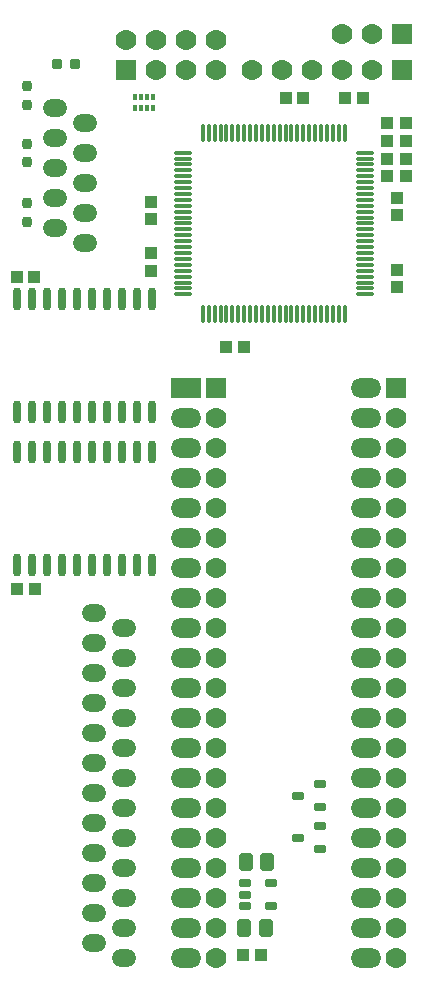
<source format=gts>
G04*
G04 #@! TF.GenerationSoftware,Altium Limited,Altium Designer,21.0.9 (235)*
G04*
G04 Layer_Color=8388736*
%FSLAX25Y25*%
%MOIN*%
G70*
G04*
G04 #@! TF.SameCoordinates,ED66E9C7-4F28-4913-B563-96F2E2C7BF46*
G04*
G04*
G04 #@! TF.FilePolarity,Negative*
G04*
G01*
G75*
G04:AMPARAMS|DCode=27|XSize=34.49mil|YSize=32.52mil|CornerRadius=8.88mil|HoleSize=0mil|Usage=FLASHONLY|Rotation=270.000|XOffset=0mil|YOffset=0mil|HoleType=Round|Shape=RoundedRectangle|*
%AMROUNDEDRECTD27*
21,1,0.03449,0.01476,0,0,270.0*
21,1,0.01673,0.03252,0,0,270.0*
1,1,0.01776,-0.00738,-0.00837*
1,1,0.01776,-0.00738,0.00837*
1,1,0.01776,0.00738,0.00837*
1,1,0.01776,0.00738,-0.00837*
%
%ADD27ROUNDEDRECTD27*%
%ADD28R,0.03842X0.04039*%
G04:AMPARAMS|DCode=29|XSize=26.61mil|YSize=42.36mil|CornerRadius=7.4mil|HoleSize=0mil|Usage=FLASHONLY|Rotation=90.000|XOffset=0mil|YOffset=0mil|HoleType=Round|Shape=RoundedRectangle|*
%AMROUNDEDRECTD29*
21,1,0.02661,0.02756,0,0,90.0*
21,1,0.01181,0.04236,0,0,90.0*
1,1,0.01480,0.01378,0.00591*
1,1,0.01480,0.01378,-0.00591*
1,1,0.01480,-0.01378,-0.00591*
1,1,0.01480,-0.01378,0.00591*
%
%ADD29ROUNDEDRECTD29*%
%ADD30R,0.04236X0.04433*%
%ADD31O,0.05811X0.01480*%
%ADD32O,0.01480X0.05811*%
G04:AMPARAMS|DCode=33|XSize=34.49mil|YSize=32.52mil|CornerRadius=8.88mil|HoleSize=0mil|Usage=FLASHONLY|Rotation=0.000|XOffset=0mil|YOffset=0mil|HoleType=Round|Shape=RoundedRectangle|*
%AMROUNDEDRECTD33*
21,1,0.03449,0.01476,0,0,0.0*
21,1,0.01673,0.03252,0,0,0.0*
1,1,0.01776,0.00837,-0.00738*
1,1,0.01776,-0.00837,-0.00738*
1,1,0.01776,-0.00837,0.00738*
1,1,0.01776,0.00837,0.00738*
%
%ADD33ROUNDEDRECTD33*%
%ADD34R,0.04433X0.04236*%
G04:AMPARAMS|DCode=35|XSize=48.27mil|YSize=60.08mil|CornerRadius=12.82mil|HoleSize=0mil|Usage=FLASHONLY|Rotation=0.000|XOffset=0mil|YOffset=0mil|HoleType=Round|Shape=RoundedRectangle|*
%AMROUNDEDRECTD35*
21,1,0.04827,0.03445,0,0,0.0*
21,1,0.02264,0.06008,0,0,0.0*
1,1,0.02563,0.01132,-0.01722*
1,1,0.02563,-0.01132,-0.01722*
1,1,0.02563,-0.01132,0.01722*
1,1,0.02563,0.01132,0.01722*
%
%ADD35ROUNDEDRECTD35*%
%ADD36O,0.02661X0.07780*%
%ADD37R,0.01559X0.02268*%
%ADD38C,0.06992*%
%ADD39R,0.06992X0.06992*%
%ADD40O,0.08173X0.05811*%
%ADD41O,0.10142X0.06598*%
%ADD42R,0.10142X0.06598*%
%ADD43R,0.06992X0.06992*%
D27*
X10000Y262447D02*
D03*
Y256147D02*
D03*
Y276047D02*
D03*
Y282347D02*
D03*
Y295307D02*
D03*
Y301606D02*
D03*
D28*
X136386Y283268D02*
D03*
X130087D02*
D03*
Y289173D02*
D03*
X136386D02*
D03*
X130087Y277362D02*
D03*
X136386D02*
D03*
X130087Y271457D02*
D03*
X136386D02*
D03*
D29*
X107740Y47362D02*
D03*
Y54842D02*
D03*
X100260Y51000D02*
D03*
X82827Y35740D02*
D03*
Y32000D02*
D03*
Y28260D02*
D03*
X91173Y35740D02*
D03*
Y28260D02*
D03*
X100260Y65000D02*
D03*
X107740Y68842D02*
D03*
Y61362D02*
D03*
D30*
X51236Y245866D02*
D03*
Y239961D02*
D03*
X133236Y258441D02*
D03*
Y264347D02*
D03*
Y234441D02*
D03*
Y240347D02*
D03*
X51236Y257047D02*
D03*
Y262953D02*
D03*
D31*
X122551Y265551D02*
D03*
Y232087D02*
D03*
Y234055D02*
D03*
Y236024D02*
D03*
Y237992D02*
D03*
Y239961D02*
D03*
Y241929D02*
D03*
Y243898D02*
D03*
Y245866D02*
D03*
Y247835D02*
D03*
Y249803D02*
D03*
Y251772D02*
D03*
Y253740D02*
D03*
Y255709D02*
D03*
Y257677D02*
D03*
Y259646D02*
D03*
Y261614D02*
D03*
Y263583D02*
D03*
Y267520D02*
D03*
Y269488D02*
D03*
Y271457D02*
D03*
Y273425D02*
D03*
Y275394D02*
D03*
Y277362D02*
D03*
Y279331D02*
D03*
X61921D02*
D03*
Y277362D02*
D03*
Y275394D02*
D03*
Y273425D02*
D03*
Y271457D02*
D03*
Y269488D02*
D03*
Y267520D02*
D03*
Y265551D02*
D03*
Y263583D02*
D03*
Y261614D02*
D03*
Y259646D02*
D03*
Y257677D02*
D03*
Y255709D02*
D03*
Y253740D02*
D03*
Y251772D02*
D03*
Y249803D02*
D03*
Y247835D02*
D03*
Y245866D02*
D03*
Y243898D02*
D03*
Y241929D02*
D03*
Y239961D02*
D03*
Y237992D02*
D03*
Y236024D02*
D03*
Y234055D02*
D03*
Y232087D02*
D03*
D32*
X68614Y225394D02*
D03*
X70583D02*
D03*
X72551D02*
D03*
X74520D02*
D03*
X76488D02*
D03*
X78457D02*
D03*
X80425D02*
D03*
X82394D02*
D03*
X84362D02*
D03*
X86331D02*
D03*
X88299D02*
D03*
X90268D02*
D03*
X92236D02*
D03*
X94205D02*
D03*
X96173D02*
D03*
X98142D02*
D03*
X100110D02*
D03*
X102079D02*
D03*
X104047D02*
D03*
X106016D02*
D03*
X107984D02*
D03*
X109953D02*
D03*
X111921D02*
D03*
X113890D02*
D03*
X115858D02*
D03*
Y286024D02*
D03*
X113890D02*
D03*
X111921D02*
D03*
X109953D02*
D03*
X107984D02*
D03*
X106016D02*
D03*
X104047D02*
D03*
X102079D02*
D03*
X100110D02*
D03*
X98142D02*
D03*
X96173D02*
D03*
X94205D02*
D03*
X92236D02*
D03*
X90268D02*
D03*
X88299D02*
D03*
X86331D02*
D03*
X84362D02*
D03*
X82394D02*
D03*
X80425D02*
D03*
X78457D02*
D03*
X76488D02*
D03*
X74520D02*
D03*
X72551D02*
D03*
X70583D02*
D03*
X68614D02*
D03*
D33*
X26150Y309000D02*
D03*
X19850D02*
D03*
D34*
X6760Y134000D02*
D03*
X12665D02*
D03*
X6578Y238000D02*
D03*
X12483D02*
D03*
X102079Y297394D02*
D03*
X96173D02*
D03*
X115947Y297400D02*
D03*
X121853D02*
D03*
X76488Y214394D02*
D03*
X82394D02*
D03*
X82047Y12000D02*
D03*
X87953D02*
D03*
D35*
X90000Y43000D02*
D03*
X82913D02*
D03*
X82457Y20906D02*
D03*
X89543D02*
D03*
D36*
X6760Y193000D02*
D03*
X11760D02*
D03*
X16760D02*
D03*
X21760D02*
D03*
X26760D02*
D03*
X31760D02*
D03*
X36760D02*
D03*
X41760D02*
D03*
X46760D02*
D03*
X51760D02*
D03*
X6760Y230402D02*
D03*
X11760D02*
D03*
X16760D02*
D03*
X21760D02*
D03*
X26760D02*
D03*
X31760D02*
D03*
X36760D02*
D03*
X41760D02*
D03*
X46760D02*
D03*
X51760D02*
D03*
Y179402D02*
D03*
X46760D02*
D03*
X41760D02*
D03*
X36760D02*
D03*
X31760D02*
D03*
X26760D02*
D03*
X21760D02*
D03*
X16760D02*
D03*
X11760D02*
D03*
X6760D02*
D03*
X51760Y142000D02*
D03*
X46760D02*
D03*
X41760D02*
D03*
X36760D02*
D03*
X31760D02*
D03*
X26760D02*
D03*
X21760D02*
D03*
X16760D02*
D03*
X11760D02*
D03*
X6760D02*
D03*
D37*
X46047Y294032D02*
D03*
X48016D02*
D03*
X49984D02*
D03*
X51953D02*
D03*
X46047Y297969D02*
D03*
X48016D02*
D03*
X49984D02*
D03*
X51953D02*
D03*
D38*
X73000Y317000D02*
D03*
Y307000D02*
D03*
X63000Y317000D02*
D03*
Y307000D02*
D03*
X53000Y317000D02*
D03*
Y307000D02*
D03*
X43000Y317000D02*
D03*
X125000Y319000D02*
D03*
X115000D02*
D03*
X85000Y307000D02*
D03*
X95000D02*
D03*
X105000D02*
D03*
X115000D02*
D03*
X125000D02*
D03*
X73000Y10905D02*
D03*
Y20906D02*
D03*
Y30906D02*
D03*
Y40905D02*
D03*
Y50906D02*
D03*
Y130905D02*
D03*
Y140905D02*
D03*
Y150906D02*
D03*
Y160906D02*
D03*
Y170905D02*
D03*
Y180905D02*
D03*
Y190905D02*
D03*
Y120905D02*
D03*
Y110906D02*
D03*
Y100906D02*
D03*
Y90905D02*
D03*
Y80905D02*
D03*
Y70906D02*
D03*
Y60905D02*
D03*
X133000Y10905D02*
D03*
Y20906D02*
D03*
Y30906D02*
D03*
Y40905D02*
D03*
Y50906D02*
D03*
Y130905D02*
D03*
Y140905D02*
D03*
Y150906D02*
D03*
Y160906D02*
D03*
Y170905D02*
D03*
Y180905D02*
D03*
Y190905D02*
D03*
Y120905D02*
D03*
Y110906D02*
D03*
Y100906D02*
D03*
Y90905D02*
D03*
Y80905D02*
D03*
Y70906D02*
D03*
Y60905D02*
D03*
D39*
X43000Y307000D02*
D03*
X135000Y319000D02*
D03*
Y307000D02*
D03*
D40*
X19299Y284197D02*
D03*
X29299Y289197D02*
D03*
Y249197D02*
D03*
X19299Y254197D02*
D03*
X29299Y259197D02*
D03*
X19299Y264197D02*
D03*
X29299Y269197D02*
D03*
X19299Y274197D02*
D03*
X29299Y279197D02*
D03*
X19299Y294197D02*
D03*
X32409Y125906D02*
D03*
X42409Y110906D02*
D03*
X32409Y105905D02*
D03*
X42409Y100906D02*
D03*
X32409Y95906D02*
D03*
X42409Y90905D02*
D03*
X32409Y85905D02*
D03*
X42409Y80905D02*
D03*
Y120905D02*
D03*
X32409Y115905D02*
D03*
X42409Y70906D02*
D03*
X32409Y65905D02*
D03*
X42409Y60905D02*
D03*
X32409Y75906D02*
D03*
Y55905D02*
D03*
X42409Y40905D02*
D03*
X32409Y35906D02*
D03*
X42409Y30906D02*
D03*
X32409Y25905D02*
D03*
X42409Y20906D02*
D03*
X32409Y15905D02*
D03*
X42409Y10905D02*
D03*
Y50906D02*
D03*
X32409Y45906D02*
D03*
D41*
X123000Y10905D02*
D03*
Y20906D02*
D03*
Y30906D02*
D03*
Y40905D02*
D03*
Y50906D02*
D03*
Y60905D02*
D03*
Y70906D02*
D03*
Y80905D02*
D03*
Y90905D02*
D03*
Y100906D02*
D03*
Y110906D02*
D03*
Y120905D02*
D03*
Y130905D02*
D03*
Y140905D02*
D03*
Y150906D02*
D03*
Y160906D02*
D03*
Y170905D02*
D03*
Y180905D02*
D03*
Y190905D02*
D03*
Y200905D02*
D03*
X63000Y10905D02*
D03*
Y20906D02*
D03*
Y30906D02*
D03*
Y40905D02*
D03*
Y50906D02*
D03*
Y60905D02*
D03*
Y70906D02*
D03*
Y80905D02*
D03*
Y90905D02*
D03*
Y100906D02*
D03*
Y110906D02*
D03*
Y120905D02*
D03*
Y130905D02*
D03*
Y140905D02*
D03*
Y150906D02*
D03*
Y160906D02*
D03*
Y170905D02*
D03*
Y180905D02*
D03*
Y190905D02*
D03*
D42*
Y200905D02*
D03*
D43*
X73000D02*
D03*
X133000D02*
D03*
M02*

</source>
